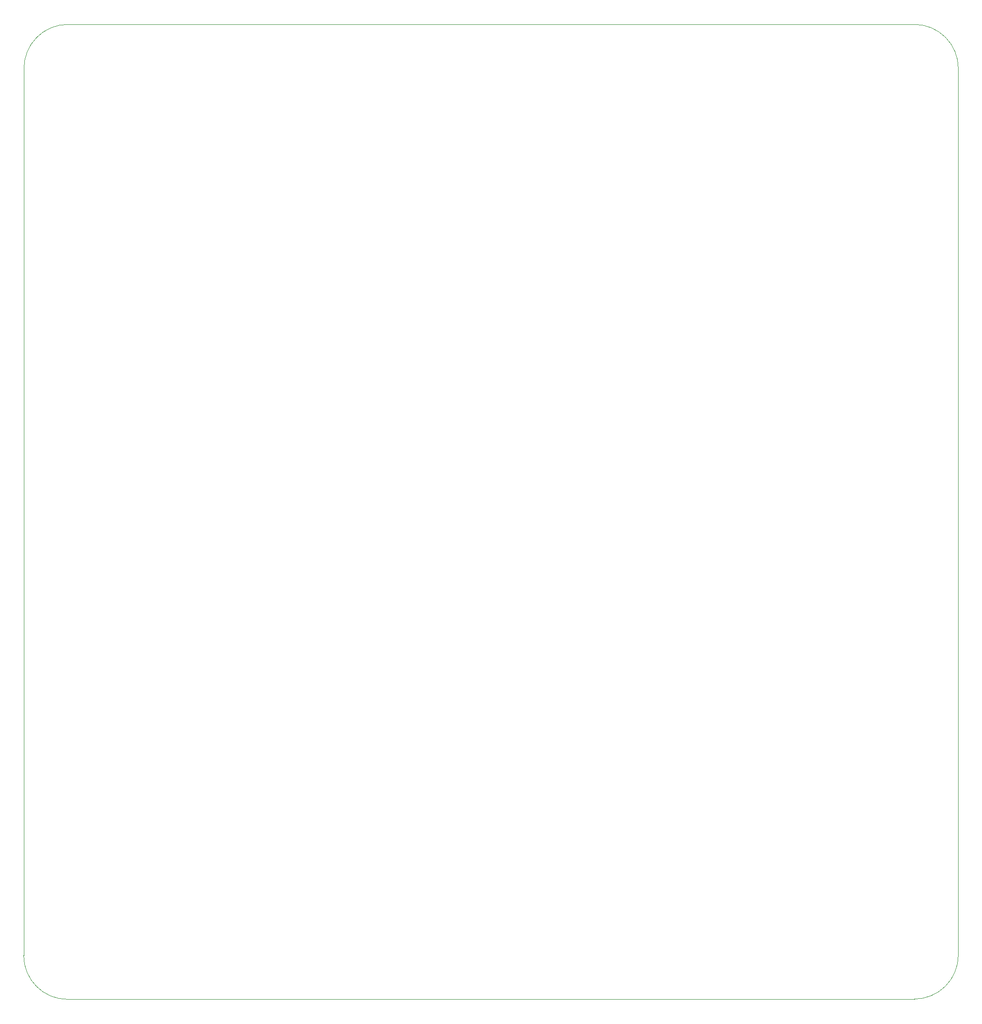
<source format=gbr>
%TF.GenerationSoftware,KiCad,Pcbnew,7.0.7*%
%TF.CreationDate,2023-09-19T16:24:47+02:00*%
%TF.ProjectId,StabTester,53746162-5465-4737-9465-722e6b696361,rev?*%
%TF.SameCoordinates,Original*%
%TF.FileFunction,Profile,NP*%
%FSLAX46Y46*%
G04 Gerber Fmt 4.6, Leading zero omitted, Abs format (unit mm)*
G04 Created by KiCad (PCBNEW 7.0.7) date 2023-09-19 16:24:47*
%MOMM*%
%LPD*%
G01*
G04 APERTURE LIST*
%TA.AperFunction,Profile*%
%ADD10C,0.100000*%
%TD*%
G04 APERTURE END LIST*
D10*
X254793750Y-55562500D02*
X254793750Y-215843590D01*
X246856250Y-223781090D02*
G75*
G03*
X254793750Y-215843590I10J7937490D01*
G01*
X93718910Y-47625010D02*
G75*
G03*
X85781410Y-55562500I-10J-7937490D01*
G01*
X93662500Y-223837500D02*
X246856250Y-223781090D01*
X85725000Y-215900000D02*
G75*
G03*
X93662500Y-223837500I7937500J0D01*
G01*
X93718910Y-47625000D02*
X246856250Y-47625000D01*
X85725000Y-215900000D02*
X85781410Y-55562500D01*
X254793760Y-55562500D02*
G75*
G03*
X246856250Y-47625000I-7937500J0D01*
G01*
M02*

</source>
